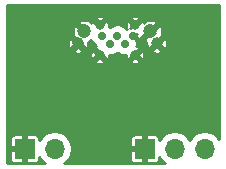
<source format=gbr>
%TF.GenerationSoftware,KiCad,Pcbnew,(5.1.9)-1*%
%TF.CreationDate,2021-11-28T20:12:32-05:00*%
%TF.ProjectId,uUSB male BOB,75555342-206d-4616-9c65-20424f422e6b,rev?*%
%TF.SameCoordinates,Original*%
%TF.FileFunction,Copper,L2,Bot*%
%TF.FilePolarity,Positive*%
%FSLAX46Y46*%
G04 Gerber Fmt 4.6, Leading zero omitted, Abs format (unit mm)*
G04 Created by KiCad (PCBNEW (5.1.9)-1) date 2021-11-28 20:12:32*
%MOMM*%
%LPD*%
G01*
G04 APERTURE LIST*
%TA.AperFunction,ComponentPad*%
%ADD10O,1.700000X1.700000*%
%TD*%
%TA.AperFunction,ComponentPad*%
%ADD11R,1.700000X1.700000*%
%TD*%
%TA.AperFunction,ComponentPad*%
%ADD12C,1.000000*%
%TD*%
%TA.AperFunction,ComponentPad*%
%ADD13C,1.200000*%
%TD*%
%TA.AperFunction,ComponentPad*%
%ADD14C,0.800000*%
%TD*%
%TA.AperFunction,ComponentPad*%
%ADD15C,0.700000*%
%TD*%
%TA.AperFunction,Conductor*%
%ADD16C,0.254000*%
%TD*%
%TA.AperFunction,Conductor*%
%ADD17C,0.100000*%
%TD*%
G04 APERTURE END LIST*
D10*
%TO.P,J3,3*%
%TO.N,/D+*%
X165735000Y-66675000D03*
%TO.P,J3,2*%
%TO.N,/D-*%
X163195000Y-66675000D03*
D11*
%TO.P,J3,1*%
%TO.N,GND*%
X160655000Y-66675000D03*
%TD*%
D10*
%TO.P,J2,2*%
%TO.N,Net-(J1-Pad1)*%
X153035000Y-66675000D03*
D11*
%TO.P,J2,1*%
%TO.N,GND*%
X150495000Y-66675000D03*
%TD*%
D12*
%TO.P,J1,6*%
%TO.N,GND*%
X161670000Y-57755000D03*
D13*
X161145000Y-56715000D03*
D14*
X159845000Y-56215000D03*
X159845000Y-58715000D03*
X156845000Y-58715000D03*
X156845000Y-56215000D03*
D13*
X155545000Y-56715000D03*
D12*
X155020000Y-57755000D03*
D15*
%TO.P,J1,5*%
X159645000Y-57135000D03*
%TO.P,J1,4*%
%TO.N,N/C*%
X158995000Y-57785000D03*
%TO.P,J1,3*%
%TO.N,/D+*%
X158345000Y-57135000D03*
%TO.P,J1,2*%
%TO.N,/D-*%
X157695000Y-57785000D03*
%TO.P,J1,1*%
%TO.N,Net-(J1-Pad1)*%
X157045000Y-57135000D03*
%TD*%
D16*
%TO.N,GND*%
X166980000Y-65865345D02*
X166888475Y-65728368D01*
X166681632Y-65521525D01*
X166438411Y-65359010D01*
X166168158Y-65247068D01*
X165881260Y-65190000D01*
X165588740Y-65190000D01*
X165301842Y-65247068D01*
X165031589Y-65359010D01*
X164788368Y-65521525D01*
X164581525Y-65728368D01*
X164465000Y-65902760D01*
X164348475Y-65728368D01*
X164141632Y-65521525D01*
X163898411Y-65359010D01*
X163628158Y-65247068D01*
X163341260Y-65190000D01*
X163048740Y-65190000D01*
X162761842Y-65247068D01*
X162491589Y-65359010D01*
X162248368Y-65521525D01*
X162041525Y-65728368D01*
X161887450Y-65958958D01*
X161887843Y-65825000D01*
X161880487Y-65750311D01*
X161858701Y-65678492D01*
X161823322Y-65612304D01*
X161775711Y-65554289D01*
X161717696Y-65506678D01*
X161651508Y-65471299D01*
X161579689Y-65449513D01*
X161505000Y-65442157D01*
X160877250Y-65444000D01*
X160782000Y-65539250D01*
X160782000Y-66548000D01*
X160802000Y-66548000D01*
X160802000Y-66802000D01*
X160782000Y-66802000D01*
X160782000Y-67810750D01*
X160877250Y-67906000D01*
X161505000Y-67907843D01*
X161579689Y-67900487D01*
X161651508Y-67878701D01*
X161717696Y-67843322D01*
X161775711Y-67795711D01*
X161823322Y-67737696D01*
X161858701Y-67671508D01*
X161880487Y-67599689D01*
X161887843Y-67525000D01*
X161887450Y-67391042D01*
X162041525Y-67621632D01*
X162248368Y-67828475D01*
X162385345Y-67920000D01*
X153844655Y-67920000D01*
X153981632Y-67828475D01*
X154188475Y-67621632D01*
X154253042Y-67525000D01*
X159422157Y-67525000D01*
X159429513Y-67599689D01*
X159451299Y-67671508D01*
X159486678Y-67737696D01*
X159534289Y-67795711D01*
X159592304Y-67843322D01*
X159658492Y-67878701D01*
X159730311Y-67900487D01*
X159805000Y-67907843D01*
X160432750Y-67906000D01*
X160528000Y-67810750D01*
X160528000Y-66802000D01*
X159519250Y-66802000D01*
X159424000Y-66897250D01*
X159422157Y-67525000D01*
X154253042Y-67525000D01*
X154350990Y-67378411D01*
X154462932Y-67108158D01*
X154520000Y-66821260D01*
X154520000Y-66528740D01*
X154462932Y-66241842D01*
X154350990Y-65971589D01*
X154253043Y-65825000D01*
X159422157Y-65825000D01*
X159424000Y-66452750D01*
X159519250Y-66548000D01*
X160528000Y-66548000D01*
X160528000Y-65539250D01*
X160432750Y-65444000D01*
X159805000Y-65442157D01*
X159730311Y-65449513D01*
X159658492Y-65471299D01*
X159592304Y-65506678D01*
X159534289Y-65554289D01*
X159486678Y-65612304D01*
X159451299Y-65678492D01*
X159429513Y-65750311D01*
X159422157Y-65825000D01*
X154253043Y-65825000D01*
X154188475Y-65728368D01*
X153981632Y-65521525D01*
X153738411Y-65359010D01*
X153468158Y-65247068D01*
X153181260Y-65190000D01*
X152888740Y-65190000D01*
X152601842Y-65247068D01*
X152331589Y-65359010D01*
X152088368Y-65521525D01*
X151881525Y-65728368D01*
X151727450Y-65958958D01*
X151727843Y-65825000D01*
X151720487Y-65750311D01*
X151698701Y-65678492D01*
X151663322Y-65612304D01*
X151615711Y-65554289D01*
X151557696Y-65506678D01*
X151491508Y-65471299D01*
X151419689Y-65449513D01*
X151345000Y-65442157D01*
X150717250Y-65444000D01*
X150622000Y-65539250D01*
X150622000Y-66548000D01*
X150642000Y-66548000D01*
X150642000Y-66802000D01*
X150622000Y-66802000D01*
X150622000Y-67810750D01*
X150717250Y-67906000D01*
X151345000Y-67907843D01*
X151419689Y-67900487D01*
X151491508Y-67878701D01*
X151557696Y-67843322D01*
X151615711Y-67795711D01*
X151663322Y-67737696D01*
X151698701Y-67671508D01*
X151720487Y-67599689D01*
X151727843Y-67525000D01*
X151727450Y-67391042D01*
X151881525Y-67621632D01*
X152088368Y-67828475D01*
X152225345Y-67920000D01*
X148996000Y-67920000D01*
X148996000Y-67525000D01*
X149262157Y-67525000D01*
X149269513Y-67599689D01*
X149291299Y-67671508D01*
X149326678Y-67737696D01*
X149374289Y-67795711D01*
X149432304Y-67843322D01*
X149498492Y-67878701D01*
X149570311Y-67900487D01*
X149645000Y-67907843D01*
X150272750Y-67906000D01*
X150368000Y-67810750D01*
X150368000Y-66802000D01*
X149359250Y-66802000D01*
X149264000Y-66897250D01*
X149262157Y-67525000D01*
X148996000Y-67525000D01*
X148996000Y-65825000D01*
X149262157Y-65825000D01*
X149264000Y-66452750D01*
X149359250Y-66548000D01*
X150368000Y-66548000D01*
X150368000Y-65539250D01*
X150272750Y-65444000D01*
X149645000Y-65442157D01*
X149570311Y-65449513D01*
X149498492Y-65471299D01*
X149432304Y-65506678D01*
X149374289Y-65554289D01*
X149326678Y-65612304D01*
X149291299Y-65678492D01*
X149269513Y-65750311D01*
X149262157Y-65825000D01*
X148996000Y-65825000D01*
X148996000Y-59284031D01*
X156455574Y-59284031D01*
X156492544Y-59416180D01*
X156636110Y-59471468D01*
X156787703Y-59497685D01*
X156941499Y-59493824D01*
X157091586Y-59460034D01*
X157197456Y-59416180D01*
X157234426Y-59284031D01*
X159455574Y-59284031D01*
X159492544Y-59416180D01*
X159636110Y-59471468D01*
X159787703Y-59497685D01*
X159941499Y-59493824D01*
X160091586Y-59460034D01*
X160197456Y-59416180D01*
X160234426Y-59284031D01*
X159845000Y-58894605D01*
X159455574Y-59284031D01*
X157234426Y-59284031D01*
X156845000Y-58894605D01*
X156455574Y-59284031D01*
X148996000Y-59284031D01*
X148996000Y-58657703D01*
X156062315Y-58657703D01*
X156066176Y-58811499D01*
X156099966Y-58961586D01*
X156143820Y-59067456D01*
X156275969Y-59104426D01*
X156665395Y-58715000D01*
X156275969Y-58325574D01*
X156143820Y-58362544D01*
X156088532Y-58506110D01*
X156062315Y-58657703D01*
X148996000Y-58657703D01*
X148996000Y-58396161D01*
X154558445Y-58396161D01*
X154607783Y-58538434D01*
X154768544Y-58603800D01*
X154938968Y-58636548D01*
X155112506Y-58635418D01*
X155282489Y-58600454D01*
X155432217Y-58538434D01*
X155481555Y-58396161D01*
X155020000Y-57934605D01*
X154558445Y-58396161D01*
X148996000Y-58396161D01*
X148996000Y-57673968D01*
X154138452Y-57673968D01*
X154139582Y-57847506D01*
X154174546Y-58017489D01*
X154236566Y-58167217D01*
X154378839Y-58216555D01*
X154840395Y-57755000D01*
X154378839Y-57293445D01*
X154236566Y-57342783D01*
X154171200Y-57503544D01*
X154138452Y-57673968D01*
X148996000Y-57673968D01*
X148996000Y-57113839D01*
X154558445Y-57113839D01*
X155020000Y-57575395D01*
X155034143Y-57561253D01*
X155213748Y-57740858D01*
X155199605Y-57755000D01*
X155661161Y-58216555D01*
X155803434Y-58167217D01*
X155868800Y-58006456D01*
X155901548Y-57836032D01*
X155900418Y-57662494D01*
X155894144Y-57631990D01*
X156002491Y-57588155D01*
X156016834Y-57580489D01*
X156078436Y-57428044D01*
X156115634Y-57465241D01*
X156172104Y-57601572D01*
X156279901Y-57762901D01*
X156417099Y-57900099D01*
X156551034Y-57989592D01*
X156492544Y-58013820D01*
X156455574Y-58145969D01*
X156845000Y-58535395D01*
X156859143Y-58521253D01*
X157038748Y-58700858D01*
X157024605Y-58715000D01*
X157414031Y-59104426D01*
X157546180Y-59067456D01*
X157601468Y-58923890D01*
X157627685Y-58772297D01*
X157627627Y-58770000D01*
X157792014Y-58770000D01*
X157982314Y-58732147D01*
X158161572Y-58657896D01*
X158322901Y-58550099D01*
X158345000Y-58528000D01*
X158367099Y-58550099D01*
X158528428Y-58657896D01*
X158707686Y-58732147D01*
X158897986Y-58770000D01*
X159065134Y-58770000D01*
X159066176Y-58811499D01*
X159099966Y-58961586D01*
X159143820Y-59067456D01*
X159275969Y-59104426D01*
X159665395Y-58715000D01*
X160024605Y-58715000D01*
X160414031Y-59104426D01*
X160546180Y-59067456D01*
X160601468Y-58923890D01*
X160627685Y-58772297D01*
X160623824Y-58618501D01*
X160590034Y-58468414D01*
X160560106Y-58396161D01*
X161208445Y-58396161D01*
X161257783Y-58538434D01*
X161418544Y-58603800D01*
X161588968Y-58636548D01*
X161762506Y-58635418D01*
X161932489Y-58600454D01*
X162082217Y-58538434D01*
X162131555Y-58396161D01*
X161670000Y-57934605D01*
X161208445Y-58396161D01*
X160560106Y-58396161D01*
X160546180Y-58362544D01*
X160414031Y-58325574D01*
X160024605Y-58715000D01*
X159665395Y-58715000D01*
X159651253Y-58700858D01*
X159830858Y-58521253D01*
X159845000Y-58535395D01*
X160234426Y-58145969D01*
X160197456Y-58013820D01*
X160053890Y-57958532D01*
X159967743Y-57943633D01*
X159980000Y-57882014D01*
X159980000Y-57743257D01*
X159998232Y-57667837D01*
X159970470Y-57640075D01*
X159942147Y-57497686D01*
X159867896Y-57318428D01*
X159760099Y-57157099D01*
X159622901Y-57019901D01*
X159580524Y-56991586D01*
X159610503Y-56961607D01*
X159636110Y-56971468D01*
X159787703Y-56997685D01*
X159941499Y-56993824D01*
X159972836Y-56986769D01*
X159824605Y-57135000D01*
X160177837Y-57488232D01*
X160304953Y-57457503D01*
X160315920Y-57428042D01*
X160611563Y-57428042D01*
X160673166Y-57580489D01*
X160796378Y-57632720D01*
X160788452Y-57673968D01*
X160789582Y-57847506D01*
X160824546Y-58017489D01*
X160886566Y-58167217D01*
X161028839Y-58216555D01*
X161490395Y-57755000D01*
X161849605Y-57755000D01*
X162311161Y-58216555D01*
X162453434Y-58167217D01*
X162518800Y-58006456D01*
X162551548Y-57836032D01*
X162550418Y-57662494D01*
X162515454Y-57492511D01*
X162453434Y-57342783D01*
X162311161Y-57293445D01*
X161849605Y-57755000D01*
X161490395Y-57755000D01*
X161476252Y-57740858D01*
X161655858Y-57561253D01*
X161670000Y-57575395D01*
X162131555Y-57113839D01*
X162089376Y-56992210D01*
X162125171Y-56819709D01*
X162126765Y-56626475D01*
X162090630Y-56436644D01*
X162018155Y-56257509D01*
X162010489Y-56243166D01*
X161858042Y-56181563D01*
X161324605Y-56715000D01*
X161500105Y-56890500D01*
X161407511Y-56909546D01*
X161257783Y-56971566D01*
X161248559Y-56998164D01*
X161145000Y-56894605D01*
X160611563Y-57428042D01*
X160315920Y-57428042D01*
X160355189Y-57322555D01*
X160371120Y-57223853D01*
X160431958Y-57248437D01*
X160965395Y-56715000D01*
X160951253Y-56700858D01*
X161130858Y-56521253D01*
X161145000Y-56535395D01*
X161678437Y-56001958D01*
X161616834Y-55849511D01*
X161438919Y-55774091D01*
X161249709Y-55734829D01*
X161056475Y-55733235D01*
X160866644Y-55769370D01*
X160687509Y-55841845D01*
X160673166Y-55849511D01*
X160611564Y-56001956D01*
X160593524Y-55983917D01*
X160590034Y-55968414D01*
X160546180Y-55862544D01*
X160414031Y-55825574D01*
X160024605Y-56215000D01*
X160038748Y-56229143D01*
X159859143Y-56408748D01*
X159845000Y-56394605D01*
X159817262Y-56422343D01*
X159690400Y-56401867D01*
X159546501Y-56407097D01*
X159450565Y-56429830D01*
X159665395Y-56215000D01*
X159275969Y-55825574D01*
X159143820Y-55862544D01*
X159088532Y-56006110D01*
X159062315Y-56157703D01*
X159066176Y-56311499D01*
X159099966Y-56461586D01*
X159133041Y-56541434D01*
X159110099Y-56507099D01*
X158972901Y-56369901D01*
X158811572Y-56262104D01*
X158632314Y-56187853D01*
X158442014Y-56150000D01*
X158247986Y-56150000D01*
X158057686Y-56187853D01*
X157878428Y-56262104D01*
X157717099Y-56369901D01*
X157695000Y-56392000D01*
X157672901Y-56369901D01*
X157617237Y-56332708D01*
X157627685Y-56272297D01*
X157623824Y-56118501D01*
X157590034Y-55968414D01*
X157546180Y-55862544D01*
X157414031Y-55825574D01*
X157089605Y-56150000D01*
X156947986Y-56150000D01*
X156757686Y-56187853D01*
X156653230Y-56231120D01*
X156651253Y-56229143D01*
X156665395Y-56215000D01*
X156275969Y-55825574D01*
X156143820Y-55862544D01*
X156097456Y-55982937D01*
X156078436Y-56001956D01*
X156016834Y-55849511D01*
X155838919Y-55774091D01*
X155649709Y-55734829D01*
X155456475Y-55733235D01*
X155266644Y-55769370D01*
X155087509Y-55841845D01*
X155073166Y-55849511D01*
X155011563Y-56001958D01*
X155545000Y-56535395D01*
X155559143Y-56521253D01*
X155738748Y-56700858D01*
X155724605Y-56715000D01*
X155738748Y-56729143D01*
X155559143Y-56908748D01*
X155545000Y-56894605D01*
X155441441Y-56998164D01*
X155432217Y-56971566D01*
X155271456Y-56906200D01*
X155189872Y-56890523D01*
X155365395Y-56715000D01*
X154831958Y-56181563D01*
X154679511Y-56243166D01*
X154604091Y-56421081D01*
X154564829Y-56610291D01*
X154563235Y-56803525D01*
X154599370Y-56993356D01*
X154599831Y-56994496D01*
X154558445Y-57113839D01*
X148996000Y-57113839D01*
X148996000Y-55645969D01*
X156455574Y-55645969D01*
X156845000Y-56035395D01*
X157234426Y-55645969D01*
X159455574Y-55645969D01*
X159845000Y-56035395D01*
X160234426Y-55645969D01*
X160197456Y-55513820D01*
X160053890Y-55458532D01*
X159902297Y-55432315D01*
X159748501Y-55436176D01*
X159598414Y-55469966D01*
X159492544Y-55513820D01*
X159455574Y-55645969D01*
X157234426Y-55645969D01*
X157197456Y-55513820D01*
X157053890Y-55458532D01*
X156902297Y-55432315D01*
X156748501Y-55436176D01*
X156598414Y-55469966D01*
X156492544Y-55513820D01*
X156455574Y-55645969D01*
X148996000Y-55645969D01*
X148996000Y-54508000D01*
X166980001Y-54508000D01*
X166980000Y-65865345D01*
%TA.AperFunction,Conductor*%
D17*
G36*
X166980000Y-65865345D02*
G01*
X166888475Y-65728368D01*
X166681632Y-65521525D01*
X166438411Y-65359010D01*
X166168158Y-65247068D01*
X165881260Y-65190000D01*
X165588740Y-65190000D01*
X165301842Y-65247068D01*
X165031589Y-65359010D01*
X164788368Y-65521525D01*
X164581525Y-65728368D01*
X164465000Y-65902760D01*
X164348475Y-65728368D01*
X164141632Y-65521525D01*
X163898411Y-65359010D01*
X163628158Y-65247068D01*
X163341260Y-65190000D01*
X163048740Y-65190000D01*
X162761842Y-65247068D01*
X162491589Y-65359010D01*
X162248368Y-65521525D01*
X162041525Y-65728368D01*
X161887450Y-65958958D01*
X161887843Y-65825000D01*
X161880487Y-65750311D01*
X161858701Y-65678492D01*
X161823322Y-65612304D01*
X161775711Y-65554289D01*
X161717696Y-65506678D01*
X161651508Y-65471299D01*
X161579689Y-65449513D01*
X161505000Y-65442157D01*
X160877250Y-65444000D01*
X160782000Y-65539250D01*
X160782000Y-66548000D01*
X160802000Y-66548000D01*
X160802000Y-66802000D01*
X160782000Y-66802000D01*
X160782000Y-67810750D01*
X160877250Y-67906000D01*
X161505000Y-67907843D01*
X161579689Y-67900487D01*
X161651508Y-67878701D01*
X161717696Y-67843322D01*
X161775711Y-67795711D01*
X161823322Y-67737696D01*
X161858701Y-67671508D01*
X161880487Y-67599689D01*
X161887843Y-67525000D01*
X161887450Y-67391042D01*
X162041525Y-67621632D01*
X162248368Y-67828475D01*
X162385345Y-67920000D01*
X153844655Y-67920000D01*
X153981632Y-67828475D01*
X154188475Y-67621632D01*
X154253042Y-67525000D01*
X159422157Y-67525000D01*
X159429513Y-67599689D01*
X159451299Y-67671508D01*
X159486678Y-67737696D01*
X159534289Y-67795711D01*
X159592304Y-67843322D01*
X159658492Y-67878701D01*
X159730311Y-67900487D01*
X159805000Y-67907843D01*
X160432750Y-67906000D01*
X160528000Y-67810750D01*
X160528000Y-66802000D01*
X159519250Y-66802000D01*
X159424000Y-66897250D01*
X159422157Y-67525000D01*
X154253042Y-67525000D01*
X154350990Y-67378411D01*
X154462932Y-67108158D01*
X154520000Y-66821260D01*
X154520000Y-66528740D01*
X154462932Y-66241842D01*
X154350990Y-65971589D01*
X154253043Y-65825000D01*
X159422157Y-65825000D01*
X159424000Y-66452750D01*
X159519250Y-66548000D01*
X160528000Y-66548000D01*
X160528000Y-65539250D01*
X160432750Y-65444000D01*
X159805000Y-65442157D01*
X159730311Y-65449513D01*
X159658492Y-65471299D01*
X159592304Y-65506678D01*
X159534289Y-65554289D01*
X159486678Y-65612304D01*
X159451299Y-65678492D01*
X159429513Y-65750311D01*
X159422157Y-65825000D01*
X154253043Y-65825000D01*
X154188475Y-65728368D01*
X153981632Y-65521525D01*
X153738411Y-65359010D01*
X153468158Y-65247068D01*
X153181260Y-65190000D01*
X152888740Y-65190000D01*
X152601842Y-65247068D01*
X152331589Y-65359010D01*
X152088368Y-65521525D01*
X151881525Y-65728368D01*
X151727450Y-65958958D01*
X151727843Y-65825000D01*
X151720487Y-65750311D01*
X151698701Y-65678492D01*
X151663322Y-65612304D01*
X151615711Y-65554289D01*
X151557696Y-65506678D01*
X151491508Y-65471299D01*
X151419689Y-65449513D01*
X151345000Y-65442157D01*
X150717250Y-65444000D01*
X150622000Y-65539250D01*
X150622000Y-66548000D01*
X150642000Y-66548000D01*
X150642000Y-66802000D01*
X150622000Y-66802000D01*
X150622000Y-67810750D01*
X150717250Y-67906000D01*
X151345000Y-67907843D01*
X151419689Y-67900487D01*
X151491508Y-67878701D01*
X151557696Y-67843322D01*
X151615711Y-67795711D01*
X151663322Y-67737696D01*
X151698701Y-67671508D01*
X151720487Y-67599689D01*
X151727843Y-67525000D01*
X151727450Y-67391042D01*
X151881525Y-67621632D01*
X152088368Y-67828475D01*
X152225345Y-67920000D01*
X148996000Y-67920000D01*
X148996000Y-67525000D01*
X149262157Y-67525000D01*
X149269513Y-67599689D01*
X149291299Y-67671508D01*
X149326678Y-67737696D01*
X149374289Y-67795711D01*
X149432304Y-67843322D01*
X149498492Y-67878701D01*
X149570311Y-67900487D01*
X149645000Y-67907843D01*
X150272750Y-67906000D01*
X150368000Y-67810750D01*
X150368000Y-66802000D01*
X149359250Y-66802000D01*
X149264000Y-66897250D01*
X149262157Y-67525000D01*
X148996000Y-67525000D01*
X148996000Y-65825000D01*
X149262157Y-65825000D01*
X149264000Y-66452750D01*
X149359250Y-66548000D01*
X150368000Y-66548000D01*
X150368000Y-65539250D01*
X150272750Y-65444000D01*
X149645000Y-65442157D01*
X149570311Y-65449513D01*
X149498492Y-65471299D01*
X149432304Y-65506678D01*
X149374289Y-65554289D01*
X149326678Y-65612304D01*
X149291299Y-65678492D01*
X149269513Y-65750311D01*
X149262157Y-65825000D01*
X148996000Y-65825000D01*
X148996000Y-59284031D01*
X156455574Y-59284031D01*
X156492544Y-59416180D01*
X156636110Y-59471468D01*
X156787703Y-59497685D01*
X156941499Y-59493824D01*
X157091586Y-59460034D01*
X157197456Y-59416180D01*
X157234426Y-59284031D01*
X159455574Y-59284031D01*
X159492544Y-59416180D01*
X159636110Y-59471468D01*
X159787703Y-59497685D01*
X159941499Y-59493824D01*
X160091586Y-59460034D01*
X160197456Y-59416180D01*
X160234426Y-59284031D01*
X159845000Y-58894605D01*
X159455574Y-59284031D01*
X157234426Y-59284031D01*
X156845000Y-58894605D01*
X156455574Y-59284031D01*
X148996000Y-59284031D01*
X148996000Y-58657703D01*
X156062315Y-58657703D01*
X156066176Y-58811499D01*
X156099966Y-58961586D01*
X156143820Y-59067456D01*
X156275969Y-59104426D01*
X156665395Y-58715000D01*
X156275969Y-58325574D01*
X156143820Y-58362544D01*
X156088532Y-58506110D01*
X156062315Y-58657703D01*
X148996000Y-58657703D01*
X148996000Y-58396161D01*
X154558445Y-58396161D01*
X154607783Y-58538434D01*
X154768544Y-58603800D01*
X154938968Y-58636548D01*
X155112506Y-58635418D01*
X155282489Y-58600454D01*
X155432217Y-58538434D01*
X155481555Y-58396161D01*
X155020000Y-57934605D01*
X154558445Y-58396161D01*
X148996000Y-58396161D01*
X148996000Y-57673968D01*
X154138452Y-57673968D01*
X154139582Y-57847506D01*
X154174546Y-58017489D01*
X154236566Y-58167217D01*
X154378839Y-58216555D01*
X154840395Y-57755000D01*
X154378839Y-57293445D01*
X154236566Y-57342783D01*
X154171200Y-57503544D01*
X154138452Y-57673968D01*
X148996000Y-57673968D01*
X148996000Y-57113839D01*
X154558445Y-57113839D01*
X155020000Y-57575395D01*
X155034143Y-57561253D01*
X155213748Y-57740858D01*
X155199605Y-57755000D01*
X155661161Y-58216555D01*
X155803434Y-58167217D01*
X155868800Y-58006456D01*
X155901548Y-57836032D01*
X155900418Y-57662494D01*
X155894144Y-57631990D01*
X156002491Y-57588155D01*
X156016834Y-57580489D01*
X156078436Y-57428044D01*
X156115634Y-57465241D01*
X156172104Y-57601572D01*
X156279901Y-57762901D01*
X156417099Y-57900099D01*
X156551034Y-57989592D01*
X156492544Y-58013820D01*
X156455574Y-58145969D01*
X156845000Y-58535395D01*
X156859143Y-58521253D01*
X157038748Y-58700858D01*
X157024605Y-58715000D01*
X157414031Y-59104426D01*
X157546180Y-59067456D01*
X157601468Y-58923890D01*
X157627685Y-58772297D01*
X157627627Y-58770000D01*
X157792014Y-58770000D01*
X157982314Y-58732147D01*
X158161572Y-58657896D01*
X158322901Y-58550099D01*
X158345000Y-58528000D01*
X158367099Y-58550099D01*
X158528428Y-58657896D01*
X158707686Y-58732147D01*
X158897986Y-58770000D01*
X159065134Y-58770000D01*
X159066176Y-58811499D01*
X159099966Y-58961586D01*
X159143820Y-59067456D01*
X159275969Y-59104426D01*
X159665395Y-58715000D01*
X160024605Y-58715000D01*
X160414031Y-59104426D01*
X160546180Y-59067456D01*
X160601468Y-58923890D01*
X160627685Y-58772297D01*
X160623824Y-58618501D01*
X160590034Y-58468414D01*
X160560106Y-58396161D01*
X161208445Y-58396161D01*
X161257783Y-58538434D01*
X161418544Y-58603800D01*
X161588968Y-58636548D01*
X161762506Y-58635418D01*
X161932489Y-58600454D01*
X162082217Y-58538434D01*
X162131555Y-58396161D01*
X161670000Y-57934605D01*
X161208445Y-58396161D01*
X160560106Y-58396161D01*
X160546180Y-58362544D01*
X160414031Y-58325574D01*
X160024605Y-58715000D01*
X159665395Y-58715000D01*
X159651253Y-58700858D01*
X159830858Y-58521253D01*
X159845000Y-58535395D01*
X160234426Y-58145969D01*
X160197456Y-58013820D01*
X160053890Y-57958532D01*
X159967743Y-57943633D01*
X159980000Y-57882014D01*
X159980000Y-57743257D01*
X159998232Y-57667837D01*
X159970470Y-57640075D01*
X159942147Y-57497686D01*
X159867896Y-57318428D01*
X159760099Y-57157099D01*
X159622901Y-57019901D01*
X159580524Y-56991586D01*
X159610503Y-56961607D01*
X159636110Y-56971468D01*
X159787703Y-56997685D01*
X159941499Y-56993824D01*
X159972836Y-56986769D01*
X159824605Y-57135000D01*
X160177837Y-57488232D01*
X160304953Y-57457503D01*
X160315920Y-57428042D01*
X160611563Y-57428042D01*
X160673166Y-57580489D01*
X160796378Y-57632720D01*
X160788452Y-57673968D01*
X160789582Y-57847506D01*
X160824546Y-58017489D01*
X160886566Y-58167217D01*
X161028839Y-58216555D01*
X161490395Y-57755000D01*
X161849605Y-57755000D01*
X162311161Y-58216555D01*
X162453434Y-58167217D01*
X162518800Y-58006456D01*
X162551548Y-57836032D01*
X162550418Y-57662494D01*
X162515454Y-57492511D01*
X162453434Y-57342783D01*
X162311161Y-57293445D01*
X161849605Y-57755000D01*
X161490395Y-57755000D01*
X161476252Y-57740858D01*
X161655858Y-57561253D01*
X161670000Y-57575395D01*
X162131555Y-57113839D01*
X162089376Y-56992210D01*
X162125171Y-56819709D01*
X162126765Y-56626475D01*
X162090630Y-56436644D01*
X162018155Y-56257509D01*
X162010489Y-56243166D01*
X161858042Y-56181563D01*
X161324605Y-56715000D01*
X161500105Y-56890500D01*
X161407511Y-56909546D01*
X161257783Y-56971566D01*
X161248559Y-56998164D01*
X161145000Y-56894605D01*
X160611563Y-57428042D01*
X160315920Y-57428042D01*
X160355189Y-57322555D01*
X160371120Y-57223853D01*
X160431958Y-57248437D01*
X160965395Y-56715000D01*
X160951253Y-56700858D01*
X161130858Y-56521253D01*
X161145000Y-56535395D01*
X161678437Y-56001958D01*
X161616834Y-55849511D01*
X161438919Y-55774091D01*
X161249709Y-55734829D01*
X161056475Y-55733235D01*
X160866644Y-55769370D01*
X160687509Y-55841845D01*
X160673166Y-55849511D01*
X160611564Y-56001956D01*
X160593524Y-55983917D01*
X160590034Y-55968414D01*
X160546180Y-55862544D01*
X160414031Y-55825574D01*
X160024605Y-56215000D01*
X160038748Y-56229143D01*
X159859143Y-56408748D01*
X159845000Y-56394605D01*
X159817262Y-56422343D01*
X159690400Y-56401867D01*
X159546501Y-56407097D01*
X159450565Y-56429830D01*
X159665395Y-56215000D01*
X159275969Y-55825574D01*
X159143820Y-55862544D01*
X159088532Y-56006110D01*
X159062315Y-56157703D01*
X159066176Y-56311499D01*
X159099966Y-56461586D01*
X159133041Y-56541434D01*
X159110099Y-56507099D01*
X158972901Y-56369901D01*
X158811572Y-56262104D01*
X158632314Y-56187853D01*
X158442014Y-56150000D01*
X158247986Y-56150000D01*
X158057686Y-56187853D01*
X157878428Y-56262104D01*
X157717099Y-56369901D01*
X157695000Y-56392000D01*
X157672901Y-56369901D01*
X157617237Y-56332708D01*
X157627685Y-56272297D01*
X157623824Y-56118501D01*
X157590034Y-55968414D01*
X157546180Y-55862544D01*
X157414031Y-55825574D01*
X157089605Y-56150000D01*
X156947986Y-56150000D01*
X156757686Y-56187853D01*
X156653230Y-56231120D01*
X156651253Y-56229143D01*
X156665395Y-56215000D01*
X156275969Y-55825574D01*
X156143820Y-55862544D01*
X156097456Y-55982937D01*
X156078436Y-56001956D01*
X156016834Y-55849511D01*
X155838919Y-55774091D01*
X155649709Y-55734829D01*
X155456475Y-55733235D01*
X155266644Y-55769370D01*
X155087509Y-55841845D01*
X155073166Y-55849511D01*
X155011563Y-56001958D01*
X155545000Y-56535395D01*
X155559143Y-56521253D01*
X155738748Y-56700858D01*
X155724605Y-56715000D01*
X155738748Y-56729143D01*
X155559143Y-56908748D01*
X155545000Y-56894605D01*
X155441441Y-56998164D01*
X155432217Y-56971566D01*
X155271456Y-56906200D01*
X155189872Y-56890523D01*
X155365395Y-56715000D01*
X154831958Y-56181563D01*
X154679511Y-56243166D01*
X154604091Y-56421081D01*
X154564829Y-56610291D01*
X154563235Y-56803525D01*
X154599370Y-56993356D01*
X154599831Y-56994496D01*
X154558445Y-57113839D01*
X148996000Y-57113839D01*
X148996000Y-55645969D01*
X156455574Y-55645969D01*
X156845000Y-56035395D01*
X157234426Y-55645969D01*
X159455574Y-55645969D01*
X159845000Y-56035395D01*
X160234426Y-55645969D01*
X160197456Y-55513820D01*
X160053890Y-55458532D01*
X159902297Y-55432315D01*
X159748501Y-55436176D01*
X159598414Y-55469966D01*
X159492544Y-55513820D01*
X159455574Y-55645969D01*
X157234426Y-55645969D01*
X157197456Y-55513820D01*
X157053890Y-55458532D01*
X156902297Y-55432315D01*
X156748501Y-55436176D01*
X156598414Y-55469966D01*
X156492544Y-55513820D01*
X156455574Y-55645969D01*
X148996000Y-55645969D01*
X148996000Y-54508000D01*
X166980001Y-54508000D01*
X166980000Y-65865345D01*
G37*
%TD.AperFunction*%
%TD*%
M02*

</source>
